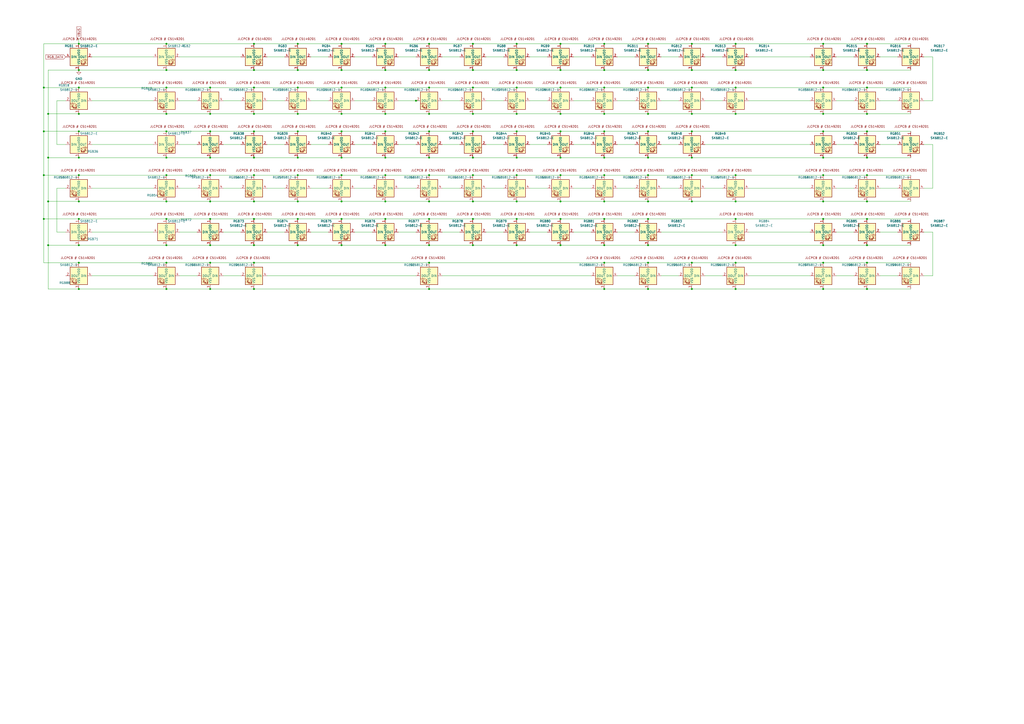
<source format=kicad_sch>
(kicad_sch (version 20231120) (generator "eeschema") (generator_version "8.0")
  (paper "A2")
  (junction (at 172.72 142.24))
  (junction (at 325.12 50.8))
  (junction (at 96.52 91.44))
  (junction (at 198.12 66.04))
  (junction (at 198.12 127))
  (junction (at 96.52 50.8))
  (junction (at 198.12 50.8))
  (junction (at 274.32 50.8))
  (junction (at 96.52 25.4))
  (junction (at 299.72 76.2))
  (junction (at 426.72 152.4))
  (junction (at 147.32 50.8))
  (junction (at 426.72 101.6))
  (junction (at 172.72 66.04))
  (junction (at 502.92 76.2))
  (junction (at 223.52 116.84))
  (junction (at 325.12 127))
  (junction (at 274.32 40.64))
  (junction (at 223.52 40.64))
  (junction (at 477.52 40.64))
  (junction (at 248.92 167.64))
  (junction (at 375.92 167.64))
  (junction (at 375.92 91.44))
  (junction (at 299.72 116.84))
  (junction (at 27.94 66.04))
  (junction (at 325.12 116.84))
  (junction (at 426.72 50.8))
  (junction (at 147.32 116.84))
  (junction (at 477.52 152.4))
  (junction (at 375.92 142.24))
  (junction (at 248.92 127))
  (junction (at 45.72 76.2))
  (junction (at 241.3 58.42))
  (junction (at 401.32 101.6))
  (junction (at 121.92 66.04))
  (junction (at 248.92 40.64))
  (junction (at 198.12 101.6))
  (junction (at 401.32 76.2))
  (junction (at 426.72 66.04))
  (junction (at 223.52 25.4))
  (junction (at 121.92 127))
  (junction (at 299.72 127))
  (junction (at 502.92 101.6))
  (junction (at 350.52 142.24))
  (junction (at 401.32 152.4))
  (junction (at 477.52 142.24))
  (junction (at 96.52 66.04))
  (junction (at 25.4 127))
  (junction (at 502.92 167.64))
  (junction (at 248.92 152.4))
  (junction (at 325.12 25.4))
  (junction (at 274.32 25.4))
  (junction (at 299.72 142.24))
  (junction (at 248.92 50.8))
  (junction (at 401.32 116.84))
  (junction (at 45.72 116.84))
  (junction (at 350.52 91.44))
  (junction (at 223.52 142.24))
  (junction (at 147.32 167.64))
  (junction (at 172.72 127))
  (junction (at 426.72 127))
  (junction (at 96.52 76.2))
  (junction (at 223.52 91.44))
  (junction (at 299.72 25.4))
  (junction (at 274.32 66.04))
  (junction (at 502.92 127))
  (junction (at 477.52 91.44))
  (junction (at 401.32 91.44))
  (junction (at 477.52 116.84))
  (junction (at 172.72 40.64))
  (junction (at 477.52 50.8))
  (junction (at 325.12 76.2))
  (junction (at 248.92 76.2))
  (junction (at 147.32 127))
  (junction (at 274.32 101.6))
  (junction (at 350.52 127))
  (junction (at 502.92 66.04))
  (junction (at 350.52 152.4))
  (junction (at 96.52 116.84))
  (junction (at 325.12 66.04))
  (junction (at 27.94 142.24))
  (junction (at 96.52 127))
  (junction (at 350.52 25.4))
  (junction (at 299.72 66.04))
  (junction (at 147.32 142.24))
  (junction (at 172.72 116.84))
  (junction (at 350.52 40.64))
  (junction (at 248.92 101.6))
  (junction (at 426.72 142.24))
  (junction (at 401.32 66.04))
  (junction (at 96.52 101.6))
  (junction (at 121.92 142.24))
  (junction (at 274.32 76.2))
  (junction (at 223.52 50.8))
  (junction (at 223.52 76.2))
  (junction (at 274.32 116.84))
  (junction (at 96.52 152.4))
  (junction (at 45.72 167.64))
  (junction (at 502.92 25.4))
  (junction (at 45.72 142.24))
  (junction (at 350.52 66.04))
  (junction (at 350.52 50.8))
  (junction (at 299.72 101.6))
  (junction (at 147.32 40.64))
  (junction (at 96.52 142.24))
  (junction (at 248.92 91.44))
  (junction (at 426.72 167.64))
  (junction (at 375.92 152.4))
  (junction (at 96.52 167.64))
  (junction (at 375.92 76.2))
  (junction (at 45.72 40.64))
  (junction (at 27.94 91.44))
  (junction (at 248.92 66.04))
  (junction (at 198.12 25.4))
  (junction (at 375.92 101.6))
  (junction (at 45.72 91.44))
  (junction (at 502.92 152.4))
  (junction (at 502.92 50.8))
  (junction (at 172.72 25.4))
  (junction (at 45.72 66.04))
  (junction (at 45.72 101.6))
  (junction (at 45.72 50.8))
  (junction (at 401.32 40.64))
  (junction (at 350.52 76.2))
  (junction (at 172.72 50.8))
  (junction (at 198.12 116.84))
  (junction (at 477.52 66.04))
  (junction (at 121.92 116.84))
  (junction (at 147.32 152.4))
  (junction (at 477.52 167.64))
  (junction (at 375.92 40.64))
  (junction (at 248.92 25.4))
  (junction (at 350.52 101.6))
  (junction (at 477.52 76.2))
  (junction (at 27.94 116.84))
  (junction (at 274.32 91.44))
  (junction (at 147.32 66.04))
  (junction (at 121.92 101.6))
  (junction (at 45.72 152.4))
  (junction (at 477.52 101.6))
  (junction (at 426.72 116.84))
  (junction (at 248.92 116.84))
  (junction (at 325.12 40.64))
  (junction (at 299.72 50.8))
  (junction (at 45.72 127))
  (junction (at 223.52 127))
  (junction (at 274.32 127))
  (junction (at 350.52 116.84))
  (junction (at 477.52 127))
  (junction (at 350.52 167.64))
  (junction (at 172.72 101.6))
  (junction (at 248.92 142.24))
  (junction (at 147.32 25.4))
  (junction (at 426.72 40.64))
  (junction (at 121.92 76.2))
  (junction (at 147.32 76.2))
  (junction (at 172.72 76.2))
  (junction (at 502.92 91.44))
  (junction (at 121.92 167.64))
  (junction (at 25.4 101.6))
  (junction (at 426.72 25.4))
  (junction (at 147.32 101.6))
  (junction (at 401.32 167.64))
  (junction (at 198.12 40.64))
  (junction (at 375.92 116.84))
  (junction (at 223.52 101.6))
  (junction (at 325.12 91.44))
  (junction (at 198.12 142.24))
  (junction (at 375.92 25.4))
  (junction (at 25.4 76.2))
  (junction (at 299.72 91.44))
  (junction (at 401.32 50.8))
  (junction (at 502.92 40.64))
  (junction (at 147.32 91.44))
  (junction (at 121.92 50.8))
  (junction (at 223.52 66.04))
  (junction (at 45.72 25.4))
  (junction (at 401.32 25.4))
  (junction (at 172.72 91.44))
  (junction (at 198.12 76.2))
  (junction (at 96.52 40.64))
  (junction (at 121.92 152.4))
  (junction (at 502.92 116.84))
  (junction (at 25.4 50.8))
  (junction (at 502.92 142.24))
  (junction (at 375.92 127))
  (junction (at 477.52 25.4))
  (junction (at 121.92 91.44))
  (junction (at 325.12 101.6))
  (junction (at 375.92 50.8))
  (junction (at 198.12 91.44))
  (junction (at 299.72 40.64))
  (junction (at 375.92 66.04))
  (junction (at 274.32 142.24))
  (junction (at 325.12 142.24))
  (wire (pts (xy 231.14 109.22) (xy 241.3 109.22)))
  (wire (pts (xy 205.74 33.02) (xy 215.9 33.02)))
  (wire (pts (xy 223.52 40.64) (xy 248.92 40.64)))
  (wire (pts (xy 172.72 91.44) (xy 198.12 91.44)))
  (wire (pts (xy 223.52 142.24) (xy 248.92 142.24)))
  (wire (pts (xy 180.34 58.42) (xy 190.5 58.42)))
  (wire (pts (xy 434.34 58.42) (xy 469.9 58.42)))
  (wire (pts (xy 147.32 91.44) (xy 172.72 91.44)))
  (wire (pts (xy 205.74 109.22) (xy 215.9 109.22)))
  (wire (pts (xy 434.34 33.02) (xy 469.9 33.02)))
  (wire (pts (xy 33.02 109.22) (xy 38.1 109.22)))
  (wire (pts (xy 147.32 142.24) (xy 172.72 142.24)))
  (wire (pts (xy 485.14 134.62) (xy 495.3 134.62)))
  (wire (pts (xy 45.72 66.04) (xy 96.52 66.04)))
  (wire (pts (xy 401.32 116.84) (xy 426.72 116.84)))
  (wire (pts (xy 205.74 58.42) (xy 215.9 58.42)))
  (wire (pts (xy 408.94 33.02) (xy 419.1 33.02)))
  (wire (pts (xy 434.34 160.02) (xy 469.9 160.02)))
  (wire (pts (xy 401.32 167.64) (xy 426.72 167.64)))
  (wire (pts (xy 510.54 109.22) (xy 520.7 109.22)))
  (wire (pts (xy 375.92 152.4) (xy 401.32 152.4)))
  (wire (pts (xy 375.92 66.04) (xy 401.32 66.04)))
  (wire (pts (xy 104.14 83.82) (xy 114.3 83.82)))
  (wire (pts (xy 350.52 142.24) (xy 375.92 142.24)))
  (wire (pts (xy 172.72 127) (xy 198.12 127)))
  (wire (pts (xy 485.14 160.02) (xy 495.3 160.02)))
  (wire (pts (xy 375.92 116.84) (xy 401.32 116.84)))
  (wire (pts (xy 180.34 33.02) (xy 190.5 33.02)))
  (wire (pts (xy 477.52 25.4) (xy 502.92 25.4)))
  (wire (pts (xy 358.14 83.82) (xy 368.3 83.82)))
  (wire (pts (xy 307.34 33.02) (xy 317.5 33.02)))
  (wire (pts (xy 27.94 40.64) (xy 45.72 40.64)))
  (wire (pts (xy 274.32 127) (xy 299.72 127)))
  (wire (pts (xy 383.54 160.02) (xy 393.7 160.02)))
  (wire (pts (xy 401.32 66.04) (xy 426.72 66.04)))
  (wire (pts (xy 426.72 116.84) (xy 477.52 116.84)))
  (wire (pts (xy 510.54 58.42) (xy 520.7 58.42)))
  (wire (pts (xy 325.12 76.2) (xy 350.52 76.2)))
  (wire (pts (xy 502.92 66.04) (xy 528.32 66.04)))
  (wire (pts (xy 154.94 83.82) (xy 165.1 83.82)))
  (wire (pts (xy 248.92 116.84) (xy 274.32 116.84)))
  (wire (pts (xy 502.92 76.2) (xy 528.32 76.2)))
  (wire (pts (xy 307.34 58.42) (xy 317.5 58.42)))
  (wire (pts (xy 299.72 101.6) (xy 325.12 101.6)))
  (wire (pts (xy 375.92 167.64) (xy 401.32 167.64)))
  (wire (pts (xy 25.4 127) (xy 45.72 127)))
  (wire (pts (xy 248.92 66.04) (xy 274.32 66.04)))
  (wire (pts (xy 223.52 66.04) (xy 248.92 66.04)))
  (wire (pts (xy 27.94 66.04) (xy 45.72 66.04)))
  (wire (pts (xy 104.14 134.62) (xy 114.3 134.62)))
  (wire (pts (xy 299.72 91.44) (xy 325.12 91.44)))
  (wire (pts (xy 25.4 50.8) (xy 45.72 50.8)))
  (wire (pts (xy 198.12 25.4) (xy 223.52 25.4)))
  (wire (pts (xy 25.4 25.4) (xy 45.72 25.4)))
  (wire (pts (xy 25.4 76.2) (xy 45.72 76.2)))
  (wire (pts (xy 25.4 127) (xy 25.4 152.4)))
  (wire (pts (xy 502.92 167.64) (xy 528.32 167.64)))
  (wire (pts (xy 121.92 50.8) (xy 147.32 50.8)))
  (wire (pts (xy 25.4 101.6) (xy 25.4 127)))
  (wire (pts (xy 325.12 50.8) (xy 350.52 50.8)))
  (wire (pts (xy 510.54 33.02) (xy 520.7 33.02)))
  (wire (pts (xy 248.92 101.6) (xy 274.32 101.6)))
  (wire (pts (xy 129.54 83.82) (xy 139.7 83.82)))
  (wire (pts (xy 129.54 160.02) (xy 139.7 160.02)))
  (wire (pts (xy 541.02 134.62) (xy 541.02 160.02)))
  (wire (pts (xy 426.72 40.64) (xy 477.52 40.64)))
  (wire (pts (xy 332.74 109.22) (xy 342.9 109.22)))
  (wire (pts (xy 325.12 40.64) (xy 350.52 40.64)))
  (wire (pts (xy 172.72 25.4) (xy 198.12 25.4)))
  (wire (pts (xy 426.72 127) (xy 477.52 127)))
  (wire (pts (xy 96.52 167.64) (xy 121.92 167.64)))
  (wire (pts (xy 383.54 134.62) (xy 419.1 134.62)))
  (wire (pts (xy 172.72 142.24) (xy 198.12 142.24)))
  (wire (pts (xy 541.02 83.82) (xy 541.02 109.22)))
  (wire (pts (xy 332.74 58.42) (xy 342.9 58.42)))
  (wire (pts (xy 375.92 76.2) (xy 401.32 76.2)))
  (wire (pts (xy 477.52 101.6) (xy 502.92 101.6)))
  (wire (pts (xy 241.3 58.42) (xy 242.57 58.42)))
  (wire (pts (xy 198.12 76.2) (xy 223.52 76.2)))
  (wire (pts (xy 535.94 33.02) (xy 541.02 33.02)))
  (wire (pts (xy 223.52 50.8) (xy 248.92 50.8)))
  (wire (pts (xy 121.92 116.84) (xy 147.32 116.84)))
  (wire (pts (xy 180.34 134.62) (xy 190.5 134.62)))
  (wire (pts (xy 383.54 109.22) (xy 393.7 109.22)))
  (wire (pts (xy 53.34 83.82) (xy 88.9 83.82)))
  (wire (pts (xy 383.54 83.82) (xy 393.7 83.82)))
  (wire (pts (xy 198.12 91.44) (xy 223.52 91.44)))
  (wire (pts (xy 154.94 33.02) (xy 165.1 33.02)))
  (wire (pts (xy 96.52 66.04) (xy 121.92 66.04)))
  (wire (pts (xy 27.94 116.84) (xy 27.94 142.24)))
  (wire (pts (xy 27.94 142.24) (xy 45.72 142.24)))
  (wire (pts (xy 223.52 116.84) (xy 248.92 116.84)))
  (wire (pts (xy 154.94 134.62) (xy 165.1 134.62)))
  (wire (pts (xy 147.32 127) (xy 172.72 127)))
  (wire (pts (xy 325.12 91.44) (xy 350.52 91.44)))
  (wire (pts (xy 121.92 127) (xy 147.32 127)))
  (wire (pts (xy 231.14 83.82) (xy 241.3 83.82)))
  (wire (pts (xy 172.72 101.6) (xy 198.12 101.6)))
  (wire (pts (xy 325.12 127) (xy 350.52 127)))
  (wire (pts (xy 147.32 40.64) (xy 172.72 40.64)))
  (wire (pts (xy 45.72 25.4) (xy 96.52 25.4)))
  (wire (pts (xy 121.92 142.24) (xy 147.32 142.24)))
  (wire (pts (xy 172.72 116.84) (xy 198.12 116.84)))
  (wire (pts (xy 27.94 66.04) (xy 27.94 91.44)))
  (wire (pts (xy 147.32 101.6) (xy 172.72 101.6)))
  (wire (pts (xy 332.74 134.62) (xy 342.9 134.62)))
  (wire (pts (xy 477.52 127) (xy 502.92 127)))
  (wire (pts (xy 25.4 50.8) (xy 25.4 76.2)))
  (wire (pts (xy 147.32 50.8) (xy 172.72 50.8)))
  (wire (pts (xy 96.52 101.6) (xy 121.92 101.6)))
  (wire (pts (xy 104.14 109.22) (xy 114.3 109.22)))
  (wire (pts (xy 426.72 167.64) (xy 477.52 167.64)))
  (wire (pts (xy 33.02 58.42) (xy 33.02 83.82)))
  (wire (pts (xy 477.52 50.8) (xy 502.92 50.8)))
  (wire (pts (xy 485.14 58.42) (xy 495.3 58.42)))
  (wire (pts (xy 45.72 116.84) (xy 96.52 116.84)))
  (wire (pts (xy 45.72 22.86) (xy 45.72 25.4)))
  (wire (pts (xy 248.92 142.24) (xy 274.32 142.24)))
  (wire (pts (xy 121.92 76.2) (xy 147.32 76.2)))
  (wire (pts (xy 401.32 91.44) (xy 477.52 91.44)))
  (wire (pts (xy 274.32 40.64) (xy 299.72 40.64)))
  (wire (pts (xy 96.52 142.24) (xy 121.92 142.24)))
  (wire (pts (xy 408.94 58.42) (xy 419.1 58.42)))
  (wire (pts (xy 299.72 66.04) (xy 325.12 66.04)))
  (wire (pts (xy 27.94 116.84) (xy 45.72 116.84)))
  (wire (pts (xy 535.94 109.22) (xy 541.02 109.22)))
  (wire (pts (xy 375.92 40.64) (xy 401.32 40.64)))
  (wire (pts (xy 477.52 167.64) (xy 502.92 167.64)))
  (wire (pts (xy 426.72 152.4) (xy 477.52 152.4)))
  (wire (pts (xy 27.94 91.44) (xy 45.72 91.44)))
  (wire (pts (xy 375.92 91.44) (xy 401.32 91.44)))
  (wire (pts (xy 147.32 76.2) (xy 172.72 76.2)))
  (wire (pts (xy 129.54 58.42) (xy 139.7 58.42)))
  (wire (pts (xy 477.52 142.24) (xy 502.92 142.24)))
  (wire (pts (xy 121.92 91.44) (xy 147.32 91.44)))
  (wire (pts (xy 510.54 83.82) (xy 520.7 83.82)))
  (wire (pts (xy 502.92 50.8) (xy 528.32 50.8)))
  (wire (pts (xy 350.52 40.64) (xy 375.92 40.64)))
  (wire (pts (xy 154.94 58.42) (xy 165.1 58.42)))
  (wire (pts (xy 426.72 25.4) (xy 477.52 25.4)))
  (wire (pts (xy 45.72 91.44) (xy 96.52 91.44)))
  (wire (pts (xy 198.12 101.6) (xy 223.52 101.6)))
  (wire (pts (xy 350.52 116.84) (xy 375.92 116.84)))
  (wire (pts (xy 485.14 109.22) (xy 495.3 109.22)))
  (wire (pts (xy 350.52 167.64) (xy 375.92 167.64)))
  (wire (pts (xy 198.12 40.64) (xy 223.52 40.64)))
  (wire (pts (xy 33.02 134.62) (xy 38.1 134.62)))
  (wire (pts (xy 350.52 91.44) (xy 375.92 91.44)))
  (wire (pts (xy 45.72 152.4) (xy 96.52 152.4)))
  (wire (pts (xy 248.92 25.4) (xy 274.32 25.4)))
  (wire (pts (xy 358.14 160.02) (xy 368.3 160.02)))
  (wire (pts (xy 299.72 40.64) (xy 325.12 40.64)))
  (wire (pts (xy 383.54 33.02) (xy 393.7 33.02)))
  (wire (pts (xy 299.72 116.84) (xy 325.12 116.84)))
  (wire (pts (xy 426.72 66.04) (xy 477.52 66.04)))
  (wire (pts (xy 510.54 134.62) (xy 520.7 134.62)))
  (wire (pts (xy 375.92 142.24) (xy 426.72 142.24)))
  (wire (pts (xy 375.92 101.6) (xy 401.32 101.6)))
  (wire (pts (xy 281.94 134.62) (xy 292.1 134.62)))
  (wire (pts (xy 350.52 50.8) (xy 375.92 50.8)))
  (wire (pts (xy 535.94 160.02) (xy 541.02 160.02)))
  (wire (pts (xy 121.92 101.6) (xy 147.32 101.6)))
  (wire (pts (xy 96.52 127) (xy 121.92 127)))
  (wire (pts (xy 325.12 66.04) (xy 350.52 66.04)))
  (wire (pts (xy 147.32 116.84) (xy 172.72 116.84)))
  (wire (pts (xy 307.34 83.82) (xy 317.5 83.82)))
  (wire (pts (xy 104.14 33.02) (xy 139.7 33.02)))
  (wire (pts (xy 154.94 109.22) (xy 165.1 109.22)))
  (wire (pts (xy 307.34 134.62) (xy 317.5 134.62)))
  (wire (pts (xy 477.52 116.84) (xy 502.92 116.84)))
  (wire (pts (xy 96.52 116.84) (xy 121.92 116.84)))
  (wire (pts (xy 248.92 50.8) (xy 274.32 50.8)))
  (wire (pts (xy 223.52 25.4) (xy 248.92 25.4)))
  (wire (pts (xy 274.32 101.6) (xy 299.72 101.6)))
  (wire (pts (xy 274.32 50.8) (xy 299.72 50.8)))
  (wire (pts (xy 358.14 33.02) (xy 368.3 33.02)))
  (wire (pts (xy 281.94 109.22) (xy 292.1 109.22)))
  (wire (pts (xy 45.72 167.64) (xy 96.52 167.64)))
  (wire (pts (xy 358.14 109.22) (xy 368.3 109.22)))
  (wire (pts (xy 477.52 76.2) (xy 502.92 76.2)))
  (wire (pts (xy 104.14 160.02) (xy 114.3 160.02)))
  (wire (pts (xy 502.92 142.24) (xy 528.32 142.24)))
  (wire (pts (xy 53.34 109.22) (xy 88.9 109.22)))
  (wire (pts (xy 256.54 58.42) (xy 266.7 58.42)))
  (wire (pts (xy 154.94 160.02) (xy 241.3 160.02)))
  (wire (pts (xy 205.74 83.82) (xy 215.9 83.82)))
  (wire (pts (xy 129.54 134.62) (xy 139.7 134.62)))
  (wire (pts (xy 96.52 152.4) (xy 121.92 152.4)))
  (wire (pts (xy 358.14 58.42) (xy 368.3 58.42)))
  (wire (pts (xy 358.14 134.62) (xy 368.3 134.62)))
  (wire (pts (xy 477.52 40.64) (xy 502.92 40.64)))
  (wire (pts (xy 45.72 101.6) (xy 96.52 101.6)))
  (wire (pts (xy 281.94 58.42) (xy 292.1 58.42)))
  (wire (pts (xy 434.34 134.62) (xy 469.9 134.62)))
  (wire (pts (xy 172.72 40.64) (xy 198.12 40.64)))
  (wire (pts (xy 408.94 160.02) (xy 419.1 160.02)))
  (wire (pts (xy 274.32 66.04) (xy 299.72 66.04)))
  (wire (pts (xy 172.72 76.2) (xy 198.12 76.2)))
  (wire (pts (xy 147.32 25.4) (xy 172.72 25.4)))
  (wire (pts (xy 375.92 127) (xy 426.72 127)))
  (wire (pts (xy 408.94 83.82) (xy 469.9 83.82)))
  (wire (pts (xy 27.94 91.44) (xy 27.94 116.84)))
  (wire (pts (xy 502.92 40.64) (xy 528.32 40.64)))
  (wire (pts (xy 426.72 101.6) (xy 477.52 101.6)))
  (wire (pts (xy 231.14 33.02) (xy 241.3 33.02)))
  (wire (pts (xy 401.32 101.6) (xy 426.72 101.6)))
  (wire (pts (xy 502.92 116.84) (xy 528.32 116.84)))
  (wire (pts (xy 25.4 152.4) (xy 45.72 152.4)))
  (wire (pts (xy 96.52 91.44) (xy 121.92 91.44)))
  (wire (pts (xy 231.14 58.42) (xy 241.3 58.42)))
  (wire (pts (xy 147.32 167.64) (xy 248.92 167.64)))
  (wire (pts (xy 299.72 127) (xy 325.12 127)))
  (wire (pts (xy 25.4 76.2) (xy 25.4 101.6)))
  (wire (pts (xy 299.72 142.24) (xy 325.12 142.24)))
  (wire (pts (xy 477.52 152.4) (xy 502.92 152.4)))
  (wire (pts (xy 172.72 66.04) (xy 198.12 66.04)))
  (wire (pts (xy 96.52 25.4) (xy 147.32 25.4)))
  (wire (pts (xy 33.02 83.82) (xy 38.1 83.82)))
  (wire (pts (xy 223.52 76.2) (xy 248.92 76.2)))
  (wire (pts (xy 180.34 109.22) (xy 190.5 109.22)))
  (wire (pts (xy 426.72 50.8) (xy 477.52 50.8)))
  (wire (pts (xy 45.72 76.2) (xy 96.52 76.2)))
  (wire (pts (xy 256.54 134.62) (xy 266.7 134.62)))
  (wire (pts (xy 45.72 40.64) (xy 96.52 40.64)))
  (wire (pts (xy 223.52 91.44) (xy 248.92 91.44)))
  (wire (pts (xy 27.94 167.64) (xy 45.72 167.64)))
  (wire (pts (xy 477.52 91.44) (xy 502.92 91.44)))
  (wire (pts (xy 350.52 127) (xy 375.92 127)))
  (wire (pts (xy 27.94 142.24) (xy 27.94 167.64)))
  (wire (pts (xy 510.54 160.02) (xy 520.7 160.02)))
  (wire (pts (xy 223.52 101.6) (xy 248.92 101.6)))
  (wire (pts (xy 256.54 109.22) (xy 266.7 109.22)))
  (wire (pts (xy 401.32 40.64) (xy 426.72 40.64)))
  (wire (pts (xy 350.52 25.4) (xy 375.92 25.4)))
  (wire (pts (xy 53.34 33.02) (xy 88.9 33.02)))
  (wire (pts (xy 502.92 25.4) (xy 528.32 25.4)))
  (wire (pts (xy 198.12 50.8) (xy 223.52 50.8)))
  (wire (pts (xy 274.32 25.4) (xy 299.72 25.4)))
  (wire (pts (xy 198.12 66.04) (xy 223.52 66.04)))
  (wire (pts (xy 180.34 83.82) (xy 190.5 83.82)))
  (wire (pts (xy 27.94 40.64) (xy 27.94 66.04)))
  (wire (pts (xy 45.72 127) (xy 96.52 127)))
  (wire (pts (xy 307.34 109.22) (xy 317.5 109.22)))
  (wire (pts (xy 274.32 142.24) (xy 299.72 142.24)))
  (wire (pts (xy 172.72 50.8) (xy 198.12 50.8)))
  (wire (pts (xy 502.92 152.4) (xy 528.32 152.4)))
  (wire (pts (xy 325.12 116.84) (xy 350.52 116.84)))
  (wire (pts (xy 350.52 76.2) (xy 375.92 76.2)))
  (wire (pts (xy 248.92 167.64) (xy 350.52 167.64)))
  (wire (pts (xy 45.72 142.24) (xy 96.52 142.24)))
  (wire (pts (xy 205.74 134.62) (xy 215.9 134.62)))
  (wire (pts (xy 325.12 142.24) (xy 350.52 142.24)))
  (wire (pts (xy 96.52 76.2) (xy 121.92 76.2)))
  (wire (pts (xy 401.32 76.2) (xy 477.52 76.2)))
  (wire (pts (xy 332.74 33.02) (xy 342.9 33.02)))
  (wire (pts (xy 45.72 50.8) (xy 96.52 50.8)))
  (wire (pts (xy 281.94 83.82) (xy 292.1 83.82)))
  (wire (pts (xy 375.92 50.8) (xy 401.32 50.8)))
  (wire (pts (xy 434.34 109.22) (xy 469.9 109.22)))
  (wire (pts (xy 198.12 116.84) (xy 223.52 116.84)))
  (wire (pts (xy 535.94 58.42) (xy 541.02 58.42)))
  (wire (pts (xy 96.52 40.64) (xy 147.32 40.64)))
  (wire (pts (xy 248.92 76.2) (xy 274.32 76.2)))
  (wire (pts (xy 299.72 25.4) (xy 325.12 25.4)))
  (wire (pts (xy 33.02 58.42) (xy 38.1 58.42)))
  (wire (pts (xy 274.32 91.44) (xy 299.72 91.44)))
  (wire (pts (xy 53.34 134.62) (xy 88.9 134.62)))
  (wire (pts (xy 121.92 152.4) (xy 147.32 152.4)))
  (wire (pts (xy 375.92 25.4) (xy 401.32 25.4)))
  (wire (pts (xy 535.94 83.82) (xy 541.02 83.82)))
  (wire (pts (xy 231.14 134.62) (xy 241.3 134.62)))
  (wire (pts (xy 248.92 40.64) (xy 274.32 40.64)))
  (wire (pts (xy 299.72 76.2) (xy 325.12 76.2)))
  (wire (pts (xy 256.54 33.02) (xy 266.7 33.02)))
  (wire (pts (xy 248.92 91.44) (xy 274.32 91.44)))
  (wire (pts (xy 147.32 66.04) (xy 172.72 66.04)))
  (wire (pts (xy 401.32 25.4) (xy 426.72 25.4)))
  (wire (pts (xy 502.92 91.44) (xy 528.32 91.44)))
  (wire (pts (xy 274.32 76.2) (xy 299.72 76.2)))
  (wire (pts (xy 25.4 25.4) (xy 25.4 50.8)))
  (wire (pts (xy 502.92 101.6) (xy 528.32 101.6)))
  (wire (pts (xy 350.52 66.04) (xy 375.92 66.04)))
  (wire (pts (xy 274.32 116.84) (xy 299.72 116.84)))
  (wire (pts (xy 96.52 50.8) (xy 121.92 50.8)))
  (wire (pts (xy 477.52 66.04) (xy 502.92 66.04)))
  (wire (pts (xy 350.52 101.6) (xy 375.92 101.6)))
  (wire (pts (xy 426.72 142.24) (xy 477.52 142.24)))
  (wire (pts (xy 325.12 101.6) (xy 350.52 101.6)))
  (wire (pts (xy 121.92 167.64) (xy 147.32 167.64)))
  (wire (pts (xy 485.14 83.82) (xy 495.3 83.82)))
  (wire (pts (xy 256.54 83.82) (xy 266.7 83.82)))
  (wire (pts (xy 104.14 58.42) (xy 114.3 58.42)))
  (wire (pts (xy 129.54 109.22) (xy 139.7 109.22)))
  (wire (pts (xy 299.72 50.8) (xy 325.12 50.8)))
  (wire (pts (xy 541.02 33.02) (xy 541.02 58.42)))
  (wire (pts (xy 350.52 152.4) (xy 375.92 152.4)))
  (wire (pts (xy 198.12 127) (xy 223.52 127)))
  (wire (pts (xy 485.14 33.02) (xy 495.3 33.02)))
  (wire (pts (xy 25.4 101.6) (xy 45.72 101.6)))
  (wire (pts (xy 383.54 58.42) (xy 393.7 58.42)))
  (wire (pts (xy 248.92 152.4) (xy 350.52 152.4)))
  (wire (pts (xy 325.12 25.4) (xy 350.52 25.4)))
  (wire (pts (xy 248.92 127) (xy 274.32 127)))
  (wire (pts (xy 33.02 109.22) (xy 33.02 134.62)))
  (wire (pts (xy 502.92 127) (xy 528.32 127)))
  (wire (pts (xy 198.12 142.24) (xy 223.52 142.24)))
  (wire (pts (xy 281.94 33.02) (xy 292.1 33.02)))
  (wire (pts (xy 401.32 50.8) (xy 426.72 50.8)))
  (wire (pts (xy 121.92 66.04) (xy 147.32 66.04)))
  (wire (pts (xy 147.32 152.4) (xy 248.92 152.4)))
  (wire (pts (xy 223.52 127) (xy 248.92 127)))
  (wire (pts (xy 53.34 160.02) (xy 88.9 160.02)))
  (wire (pts (xy 408.94 109.22) (xy 419.1 109.22)))
  (wire (pts (xy 256.54 160.02) (xy 342.9 160.02)))
  (wire (pts (xy 332.74 83.82) (xy 342.9 83.82)))
  (wire (pts (xy 535.94 134.62) (xy 541.02 134.62)))
  (wire (pts (xy 401.32 152.4) (xy 426.72 152.4)))
  (wire (pts (xy 53.34 58.42) (xy 88.9 58.42)))
  (global_label "RGB_DATA" (shape input) (at 38.1 33.02 180) (property "Intersheetrefs" "${INTERSHEET_REFS}" (effects (hide yes))))
  (global_label "VBUS" (shape input) (at 45.72 22.86 90) (property "Intersheetrefs" "${INTERSHEET_REFS}" (effects (hide yes))))
  (symbol (lib_id "MyComponents_Library:SK6812-E") (at 121.92 160.02 0) (mirror y) (unit 1)
    (property "Reference" "RGB90" (at 110.49 153.7014 0))
    (property "Value" "SK6812-E" (at 116.078 153.67 0))
    (property "Footprint" "MyComponents:SK6812-E" (effects (hide yes)))
    (property "Datasheet" "C5149201" (effects (hide yes)))
    (property "Description" "RGB LED with integrated controller" (effects (hide yes)))
  )
  (symbol (lib_id "MyComponents_Library:SK6812-E") (at 248.92 109.22 0) (mirror y) (unit 1)
    (property "Reference" "RGB60" (at 237.49 102.9014 0))
    (property "Value" "SK6812-E" (at 243.078 102.87 0))
    (property "Footprint" "MyComponents:SK6812-E" (effects (hide yes)))
    (property "Datasheet" "C5149201" (effects (hide yes)))
    (property "Description" "RGB LED with integrated controller" (effects (hide yes)))
  )
  (symbol (lib_id "MyComponents_Library:SK6812-E") (at 121.92 109.22 0) (mirror y) (unit 1)
    (property "Reference" "RGB55" (at 110.49 102.108 0))
    (property "Value" "SK6812-E" (at 116.078 102.87 0))
    (property "Footprint" "MyComponents:SK6812-E" (effects (hide yes)))
    (property "Datasheet" "C5149201" (effects (hide yes)))
    (property "Description" "RGB LED with integrated controller" (effects (hide yes)))
  )
  (symbol (lib_id "MyComponents_Library:SK6812-E") (at 45.72 109.22 0) (mirror y) (unit 1)
    (property "Reference" "RGB53" (at 34.29 102.9014 0))
    (property "Value" "SK6812-E" (at 39.878 102.87 0))
    (property "Footprint" "MyComponents:SK6812-E" (effects (hide yes)))
    (property "Datasheet" "C5149201" (effects (hide yes)))
    (property "Description" "RGB LED with integrated controller" (effects (hide yes)))
  )
  (symbol (lib_id "MyComponents_Library:SK6812-E") (at 121.92 83.82 0) (unit 1)
    (property "Reference" "RGB38" (at 138.43 77.5014 0))
    (property "Value" "SK6812-E" (at 138.43 80.0414 0))
    (property "Footprint" "MyComponents:SK6812-E" (effects (hide yes)))
    (property "Datasheet" "C5149201" (effects (hide yes)))
    (property "Description" "RGB LED with integrated controller" (effects (hide yes)))
  )
  (symbol (lib_id "MyComponents_Library:SK6812-E") (at 223.52 109.22 0) (mirror y) (unit 1)
    (property "Reference" "RGB59" (at 212.09 102.9014 0))
    (property "Value" "SK6812-E" (at 217.678 102.87 0))
    (property "Footprint" "MyComponents:SK6812-E" (effects (hide yes)))
    (property "Datasheet" "C5149201" (effects (hide yes)))
    (property "Description" "RGB LED with integrated controller" (effects (hide yes)))
  )
  (symbol (lib_id "MyComponents_Library:SK6812-E") (at 45.72 83.82 0) (unit 1)
    (property "Reference" "RGB36" (at 53.848 87.884 0))
    (property "Value" "SK6812-E" (at 51.562 77.47 0))
    (property "Footprint" "MyComponents:SK6812-E" (effects (hide yes)))
    (property "Datasheet" "C5149201" (effects (hide yes)))
    (property "Description" "RGB LED with integrated controller" (effects (hide yes)))
  )
  (symbol (lib_id "MyComponents_Library:SK6812-E") (at 401.32 160.02 0) (mirror y) (unit 1)
    (property "Reference" "RGB95" (at 389.89 153.7014 0))
    (property "Value" "SK6812-E" (at 395.478 153.67 0))
    (property "Footprint" "MyComponents:SK6812-E" (effects (hide yes)))
    (property "Datasheet" "C5149201" (effects (hide yes)))
    (property "Description" "RGB LED with integrated controller" (effects (hide yes)))
  )
  (symbol (lib_id "MyComponents_Library:SK6812-E") (at 350.52 83.82 0) (unit 1)
    (property "Reference" "RGB47" (at 367.03 77.5014 0))
    (property "Value" "SK6812-E" (at 367.03 80.0414 0))
    (property "Footprint" "MyComponents:SK6812-E" (effects (hide yes)))
    (property "Datasheet" "C5149201" (effects (hide yes)))
    (property "Description" "RGB LED with integrated controller" (effects (hide yes)))
  )
  (symbol (lib_id "MyComponents_Library:SK6812-E") (at 325.12 134.62 0) (unit 1)
    (property "Reference" "RGB81" (at 341.63 128.3014 0))
    (property "Value" "SK6812-E" (at 341.63 130.8414 0))
    (property "Footprint" "MyComponents:SK6812-E" (effects (hide yes)))
    (property "Datasheet" "C5149201" (effects (hide yes)))
    (property "Description" "RGB LED with integrated controller" (effects (hide yes)))
  )
  (symbol (lib_id "MyComponents_Library:SK6812-E") (at 274.32 109.22 0) (mirror y) (unit 1)
    (property "Reference" "RGB61" (at 262.89 102.9014 0))
    (property "Value" "SK6812-E" (at 268.478 102.87 0))
    (property "Footprint" "MyComponents:SK6812-E" (effects (hide yes)))
    (property "Datasheet" "C5149201" (effects (hide yes)))
    (property "Description" "RGB LED with integrated controller" (effects (hide yes)))
  )
  (symbol (lib_id "MyComponents_Library:SK6812-E") (at 477.52 83.82 0) (unit 1)
    (property "Reference" "RGB50" (at 494.03 77.5014 0))
    (property "Value" "SK6812-E" (at 494.03 80.0414 0))
    (property "Footprint" "MyComponents:SK6812-E" (effects (hide yes)))
    (property "Datasheet" "C5149201" (effects (hide yes)))
    (property "Description" "RGB LED with integrated controller" (effects (hide yes)))
  )
  (symbol (lib_id "MyComponents_Library:SK6812-E") (at 172.72 134.62 0) (unit 1)
    (property "Reference" "RGB75" (at 189.23 128.3014 0))
    (property "Value" "SK6812-E" (at 189.23 130.8414 0))
    (property "Footprint" "MyComponents:SK6812-E" (effects (hide yes)))
    (property "Datasheet" "C5149201" (effects (hide yes)))
    (property "Description" "RGB LED with integrated controller" (effects (hide yes)))
  )
  (symbol (lib_id "MyComponents_Library:SK6812-E") (at 299.72 134.62 0) (unit 1)
    (property "Reference" "RGB80" (at 316.23 128.3014 0))
    (property "Value" "SK6812-E" (at 316.23 130.8414 0))
    (property "Footprint" "MyComponents:SK6812-E" (effects (hide yes)))
    (property "Datasheet" "C5149201" (effects (hide yes)))
    (property "Description" "RGB LED with integrated controller" (effects (hide yes)))
  )
  (symbol (lib_id "MyComponents_Library:SK6812-E") (at 502.92 33.02 0) (unit 1)
    (property "Reference" "RGB16" (at 519.43 26.7014 0))
    (property "Value" "SK6812-E" (at 519.43 29.2414 0))
    (property "Footprint" "MyComponents:SK6812-E" (effects (hide yes)))
    (property "Datasheet" "C5149201" (effects (hide yes)))
    (property "Description" "RGB LED with integrated controller" (effects (hide yes)))
  )
  (symbol (lib_id "MyComponents_Library:SK6812-E") (at 223.52 58.42 0) (mirror y) (unit 1)
    (property "Reference" "RGB24" (at 212.09 52.1014 0))
    (property "Value" "SK6812-E" (at 217.678 52.07 0))
    (property "Footprint" "MyComponents:SK6812-E" (effects (hide yes)))
    (property "Datasheet" "C5149201" (effects (hide yes)))
    (property "Description" "RGB LED with integrated controller" (effects (hide yes)))
  )
  (symbol (lib_id "MyComponents_Library:SK6812-E") (at 248.92 83.82 0) (unit 1)
    (property "Reference" "RGB43" (at 265.43 77.5014 0))
    (property "Value" "SK6812-E" (at 265.43 80.0414 0))
    (property "Footprint" "MyComponents:SK6812-E" (effects (hide yes)))
    (property "Datasheet" "C5149201" (effects (hide yes)))
    (property "Description" "RGB LED with integrated controller" (effects (hide yes)))
  )
  (symbol (lib_id "MyComponents_Library:SK6812-E") (at 350.52 58.42 0) (mirror y) (unit 1)
    (property "Reference" "RGB29" (at 339.09 52.1014 0))
    (property "Value" "SK6812-E" (at 344.678 52.07 0))
    (property "Footprint" "MyComponents:SK6812-E" (effects (hide yes)))
    (property "Datasheet" "C5149201" (effects (hide yes)))
    (property "Description" "RGB LED with integrated controller" (effects (hide yes)))
  )
  (symbol (lib_id "MyComponents_Library:SK6812-E") (at 426.72 134.62 0) (unit 1)
    (property "Reference" "RGB84" (at 443.23 128.3014 0))
    (property "Value" "SK6812-E" (at 443.23 130.8414 0))
    (property "Footprint" "MyComponents:SK6812-E" (effects (hide yes)))
    (property "Datasheet" "C5149201" (effects (hide yes)))
    (property "Description" "RGB LED with integrated controller" (effects (hide yes)))
  )
  (symbol (lib_id "MyComponents_Library:SK6812-E") (at 401.32 33.02 0) (unit 1)
    (property "Reference" "RGB13" (at 417.83 26.7014 0))
    (property "Value" "SK6812-E" (at 417.83 29.2414 0))
    (property "Footprint" "MyComponents:SK6812-E" (effects (hide yes)))
    (property "Datasheet" "C5149201" (effects (hide yes)))
    (property "Description" "RGB LED with integrated controller" (effects (hide yes)))
  )
  (symbol (lib_id "MyComponents_Library:SK6812-E") (at 147.32 160.02 0) (mirror y) (unit 1)
    (property "Reference" "RGB91" (at 135.89 153.7014 0))
    (property "Value" "SK6812-E" (at 141.478 153.67 0))
    (property "Footprint" "MyComponents:SK6812-E" (effects (hide yes)))
    (property "Datasheet" "C5149201" (effects (hide yes)))
    (property "Description" "RGB LED with integrated controller" (effects (hide yes)))
  )
  (symbol (lib_id "MyComponents_Library:SK6812-E") (at 528.32 83.82 0) (unit 1)
    (property "Reference" "RGB52" (at 544.83 77.5014 0))
    (property "Value" "SK6812-E" (at 544.83 80.0414 0))
    (property "Footprint" "MyComponents:SK6812-E" (effects (hide yes)))
    (property "Datasheet" "C5149201" (effects (hide yes)))
    (property "Description" "RGB LED with integrated controller" (effects (hide yes)))
  )
  (symbol (lib_id "MyComponents_Library:SK6812-E") (at 198.12 83.82 0) (unit 1)
    (property "Reference" "RGB41" (at 214.63 77.5014 0))
    (property "Value" "SK6812-E" (at 214.63 80.0414 0))
    (property "Footprint" "MyComponents:SK6812-E" (effects (hide yes)))
    (property "Datasheet" "C5149201" (effects (hide yes)))
    (property "Description" "RGB LED with integrated controller" (effects (hide yes)))
  )
  (symbol (lib_id "MyComponents_Library:SK6812-E") (at 223.52 33.02 0) (unit 1)
    (property "Reference" "RGB6" (at 240.03 26.7014 0))
    (property "Value" "SK6812-E" (at 240.03 29.2414 0))
    (property "Footprint" "MyComponents:SK6812-E" (effects (hide yes)))
    (property "Datasheet" "C5149201" (effects (hide yes)))
    (property "Description" "RGB LED with integrated controller" (effects (hide yes)))
  )
  (symbol (lib_id "MyComponents_Library:SK6812-E") (at 528.32 58.42 0) (mirror y) (unit 1)
    (property "Reference" "RGB35" (at 516.89 52.1014 0))
    (property "Value" "SK6812-E" (at 522.478 52.07 0))
    (property "Footprint" "MyComponents:SK6812-E" (effects (hide yes)))
    (property "Datasheet" "C5149201" (effects (hide yes)))
    (property "Description" "RGB LED with integrated controller" (effects (hide yes)))
  )
  (symbol (lib_id "MyComponents_Library:SK6812-E") (at 426.72 160.02 0) (mirror y) (unit 1)
    (property "Reference" "RGB96" (at 415.29 153.7014 0))
    (property "Value" "SK6812-E" (at 420.878 153.67 0))
    (property "Footprint" "MyComponents:SK6812-E" (effects (hide yes)))
    (property "Datasheet" "C5149201" (effects (hide yes)))
    (property "Description" "RGB LED with integrated controller" (effects (hide yes)))
  )
  (symbol (lib_id "MyComponents_Library:SK6812-E") (at 426.72 109.22 0) (mirror y) (unit 1)
    (property "Reference" "RGB67" (at 415.29 102.9014 0))
    (property "Value" "SK6812-E" (at 420.878 102.87 0))
    (property "Footprint" "MyComponents:SK6812-E" (effects (hide yes)))
    (property "Datasheet" "C5149201" (effects (hide yes)))
    (property "Description" "RGB LED with integrated controller" (effects (hide yes)))
  )
  (symbol (lib_id "MyComponents_Library:SK6812-E") (at 477.52 134.62 0) (unit 1)
    (property "Reference" "RGB85" (at 494.03 128.3014 0))
    (property "Value" "SK6812-E" (at 494.03 130.8414 0))
    (property "Footprint" "MyComponents:SK6812-E" (effects (hide yes)))
    (property "Datasheet" "C5149201" (effects (hide yes)))
    (property "Description" "RGB LED with integrated controller" (effects (hide yes)))
  )
  (symbol (lib_id "MyComponents_Library:SK6812-E") (at 401.32 58.42 0) (mirror y) (unit 1)
    (property "Reference" "RGB31" (at 389.89 52.1014 0))
    (property "Value" "SK6812-E" (at 395.478 52.07 0))
    (property "Footprint" "MyComponents:SK6812-E" (effects (hide yes)))
    (property "Datasheet" "C5149201" (effects (hide yes)))
    (property "Description" "RGB LED with integrated controller" (effects (hide yes)))
  )
  (symbol (lib_id "MyComponents_Library:SK6812-E") (at 325.12 33.02 0) (unit 1)
    (property "Reference" "RGB10" (at 341.63 26.7014 0))
    (property "Value" "SK6812-E" (at 341.63 29.2414 0))
    (property "Footprint" "MyComponents:SK6812-E" (effects (hide yes)))
    (property "Datasheet" "C5149201" (effects (hide yes)))
    (property "Description" "RGB LED with integrated controller" (effects (hide yes)))
  )
  (symbol (lib_id "MyComponents_Library:SK6812-E") (at 248.92 33.02 0) (unit 1)
    (property "Reference" "RGB7" (at 265.43 26.7014 0))
    (property "Value" "SK6812-E" (at 265.43 29.2414 0))
    (property "Footprint" "MyComponents:SK6812-E" (effects (hide yes)))
    (property "Datasheet" "C5149201" (effects (hide yes)))
    (property "Description" "RGB LED with integrated controller" (effects (hide yes)))
  )
  (symbol (lib_id "MyComponents_Library:SK6812-E") (at 502.92 58.42 0) (mirror y) (unit 1)
    (property "Reference" "RGB34" (at 491.49 52.1014 0))
    (property "Value" "SK6812-E" (at 497.078 52.07 0))
    (property "Footprint" "MyComponents:SK6812-E" (effects (hide yes)))
    (property "Datasheet" "C5149201" (effects (hide yes)))
    (property "Description" "RGB LED with integrated controller" (effects (hide yes)))
  )
  (symbol (lib_id "MyComponents_Library:SK6812-E") (at 502.92 83.82 0) (unit 1)
    (property "Reference" "RGB51" (at 519.43 77.5014 0))
    (property "Value" "SK6812-E" (at 519.43 80.0414 0))
    (property "Footprint" "MyComponents:SK6812-E" (effects (hide yes)))
    (property "Datasheet" "C5149201" (effects (hide yes)))
    (property "Description" "RGB LED with integrated controller" (effects (hide yes)))
  )
  (symbol (lib_id "MyComponents_Library:SK6812-E") (at 477.52 58.42 0) (mirror y) (unit 1)
    (property "Reference" "RGB33" (at 466.09 52.1014 0))
    (property "Value" "SK6812-E" (at 471.678 52.07 0))
    (property "Footprint" "MyComponents:SK6812-E" (effects (hide yes)))
    (property "Datasheet" "C5149201" (effects (hide yes)))
    (property "Description" "RGB LED with integrated controller" (effects (hide yes)))
  )
  (symbol (lib_id "MyComponents_Library:SK6812-E") (at 274.32 58.42 0) (mirror y) (unit 1)
    (property "Reference" "RGB26" (at 262.89 52.1014 0))
    (property "Value" "SK6812-E" (at 268.478 52.07 0))
    (property "Footprint" "MyComponents:SK6812-E" (effects (hide yes)))
    (property "Datasheet" "C5149201" (effects (hide yes)))
    (property "Description" "RGB LED with integrated controller" (effects (hide yes)))
  )
  (symbol (lib_id "MyComponents_Library:SK6812-E") (at 299.72 58.42 0) (mirror y) (unit 1)
    (property "Reference" "RGB27" (at 288.29 52.1014 0))
    (property "Value" "SK6812-E" (at 293.878 52.07 0))
    (property "Footprint" "MyComponents:SK6812-E" (effects (hide yes)))
    (property "Datasheet" "C5149201" (effects (hide yes)))
    (property "Description" "RGB LED with integrated controller" (effects (hide yes)))
  )
  (symbol (lib_id "MyComponents_Library:SK6812-E") (at 147.32 109.22 0) (mirror y) (unit 1)
    (property "Reference" "RGB56" (at 135.89 102.9014 0))
    (property "Value" "SK6812-E" (at 141.478 102.87 0))
    (property "Footprint" "MyComponents:SK6812-E" (effects (hide yes)))
    (property "Datasheet" "C5149201" (effects (hide yes)))
    (property "Description" "RGB LED with integrated controller" (effects (hide yes)))
  )
  (symbol (lib_id "MyComponents_Library:SK6812-E") (at 375.92 58.42 0) (mirror y) (unit 1)
    (property "Reference" "RGB30" (at 364.49 52.1014 0))
    (property "Value" "SK6812-E" (at 370.078 52.07 0))
    (property "Footprint" "MyComponents:SK6812-E" (effects (hide yes)))
    (property "Datasheet" "C5149201" (effects (hide yes)))
    (property "Description" "RGB LED with integrated controller" (effects (hide yes)))
  )
  (symbol (lib_id "MyComponents_Library:SK6812-E") (at 248.92 58.42 0) (mirror y) (unit 1)
    (property "Reference" "RGB25" (at 237.49 52.1014 0))
    (property "Value" "SK6812-E" (at 243.078 52.07 0))
    (property "Footprint" "MyComponents:SK6812-E" (effects (hide yes)))
    (property "Datasheet" "C5149201" (effects (hide yes)))
    (property "Description" "RGB LED with integrated controller" (effects (hide yes)))
  )
  (symbol (lib_id "MyComponents_Library:SK6812-E") (at 274.32 83.82 0) (unit 1)
    (property "Reference" "RGB44" (at 290.83 77.5014 0))
    (property "Value" "SK6812-E" (at 290.83 80.0414 0))
    (property "Footprint" "MyComponents:SK6812-E" (effects (hide yes)))
    (property "Datasheet" "C5149201" (effects (hide yes)))
    (property "Description" "RGB LED with integrated controller" (effects (hide yes)))
  )
  (symbol (lib_id "MyComponents_Library:SK6812-E") (at 121.92 134.62 0) (unit 1)
    (property "Reference" "RGB73" (at 138.43 128.3014 0))
    (property "Value" "SK6812-E" (at 138.43 130.8414 0))
    (property "Footprint" "MyComponents:SK6812-E" (effects (hide yes)))
    (property "Datasheet" "C5149201" (effects (hide yes)))
    (property "Description" "RGB LED with integrated controller" (effects (hide yes)))
  )
  (symbol (lib_id "MyComponents_Library:SK6812-E") (at 96.52 58.42 0) (mirror y) (unit 1)
    (property "Reference" "RGB19" (at 85.09 51.308 0))
    (property "Value" "SK6812-E" (at 90.678 52.07 0))
    (property "Footprint" "MyComponents:SK6812-E" (effects (hide yes)))
    (property "Datasheet" "C5149201" (effects (hide yes)))
    (property "Description" "RGB LED with integrated controller" (effects (hide yes)))
  )
  (symbol (lib_id "MyComponents_Library:SK6812-E") (at 299.72 83.82 0) (unit 1)
    (property "Reference" "RGB45" (at 316.23 77.5014 0))
    (property "Value" "SK6812-E" (at 316.23 80.0414 0))
    (property "Footprint" "MyComponents:SK6812-E" (effects (hide yes)))
    (property "Datasheet" "C5149201" (effects (hide yes)))
    (property "Description" "RGB LED with integrated controller" (effects (hide yes)))
  )
  (symbol (lib_id "MyComponents_Library:SK6812-E") (at 96.52 160.02 0) (mirror y) (unit 1)
    (property "Reference" "RGB89" (at 85.09 152.908 0))
    (property "Value" "SK6812-E" (at 90.678 153.67 0))
    (property "Footprint" "MyComponents:SK6812-E" (effects (hide yes)))
    (property "Datasheet" "C5149201" (effects (hide yes)))
    (property "Description" "RGB LED with integrated controller" (effects (hide yes)))
  )
  (symbol (lib_id "MyComponents_Library:SK6812-E") (at 502.92 160.02 0) (mirror y) (unit 1)
    (property "Reference" "RGB98" (at 491.49 153.7014 0))
    (property "Value" "SK6812-E" (at 497.078 153.67 0))
    (property "Footprint" "MyComponents:SK6812-E" (effects (hide yes)))
    (property "Datasheet" "C5149201" (effects (hide yes)))
    (property "Description" "RGB LED with integrated controller" (effects (hide yes)))
  )
  (symbol (lib_id "MyComponents_Library:SK6812-E") (at 147.32 83.82 0) (unit 1)
    (property "Reference" "RGB39" (at 163.83 77.5014 0))
    (property "Value" "SK6812-E" (at 163.83 80.0414 0))
    (property "Footprint" "MyComponents:SK6812-E" (effects (hide yes)))
    (property "Datasheet" "C5149201" (effects (hide yes)))
    (property "Description" "RGB LED with integrated controller" (effects (hide yes)))
  )
  (symbol (lib_id "MyComponents_Library:SK6812-E") (at 198.12 58.42 0) (mirror y) (unit 1)
    (property "Reference" "RGB23" (at 186.69 52.1014 0))
    (property "Value" "SK6812-E" (at 192.278 52.07 0))
    (property "Footprint" "MyComponents:SK6812-E" (effects (hide yes)))
    (property "Datasheet" "C5149201" (effects (hide yes)))
    (property "Description" "RGB LED with integrated controller" (effects (hide yes)))
  )
  (symbol (lib_id "MyComponents_Library:SK6812-E") (at 350.52 109.22 0) (mirror y) (unit 1)
    (property "Reference" "RGB64" (at 339.09 102.9014 0))
    (property "Value" "SK6812-E" (at 344.678 102.87 0))
    (property "Footprint" "MyComponents:SK6812-E" (effects (hide yes)))
    (property "Datasheet" "C5149201" (effects (hide yes)))
    (property "Description" "RGB LED with integrated controller" (effects (hide yes)))
  )
  (symbol (lib_id "MyComponents_Library:SK6812-E") (at 223.52 134.62 0) (unit 1)
    (property "Reference" "RGB77" (at 240.03 128.3014 0))
    (property "Value" "SK6812-E" (at 240.03 130.8414 0))
    (property "Footprint" "MyComponents:SK6812-E" (effects (hide yes)))
    (property "Datasheet" "C5149201" (effects (hide yes)))
    (property "Description" "RGB LED with integrated controller" (effects (hide yes)))
  )
  (symbol (lib_id "MyComponents_Library:SK6812-E") (at 375.92 33.02 0) (unit 1)
    (property "Reference" "RGB12" (at 392.43 26.7014 0))
    (property "Value" "SK6812-E" (at 392.43 29.2414 0))
    (property "Footprint" "MyComponents:SK6812-E" (effects (hide yes)))
    (property "Datasheet" "C5149201" (effects (hide yes)))
    (property "Description" "RGB LED with integrated controller" (effects (hide yes)))
  )
  (symbol (lib_id "MyComponents_Library:SK6812-E") (at 401.32 83.82 0) (unit 1)
    (property "Reference" "RGB49" (at 417.83 77.5014 0))
    (property "Value" "SK6812-E" (at 417.83 80.0414 0))
    (property "Footprint" "MyComponents:SK6812-E" (effects (hide yes)))
    (property "Datasheet" "C5149201" (effects (hide yes)))
    (property "Description" "RGB LED with integrated controller" (effects (hide yes)))
  )
  (symbol (lib_id "MyComponents_Library:SK6812-E") (at 375.92 134.62 0) (unit 1)
    (property "Reference" "RGB83" (at 392.43 128.3014 0))
    (property "Value" "SK6812-E" (at 392.43 130.8414 0))
    (property "Footprint" "MyComponents:SK6812-E" (effects (hide yes)))
    (property "Datasheet" "C5149201" (effects (hide yes)))
    (property "Description" "RGB LED with integrated controller" (effects (hide yes)))
  )
  (symbol (lib_id "MyComponents_Library:SK6812-E") (at 172.72 109.22 0) (mirror y) (unit 1)
    (property "Reference" "RGB57" (at 161.29 102.9014 0))
    (property "Value" "SK6812-E" (at 166.878 102.87 0))
    (property "Footprint" "MyComponents:SK6812-E" (effects (hide yes)))
    (property "Datasheet" "C5149201" (effects (hide yes)))
    (property "Description" "RGB LED with integrated controller" (effects (hide yes)))
  )
  (symbol (lib_id "MyComponents_Library:SK6812-E") (at 528.32 109.22 0) (mirror y) (unit 1)
    (property "Reference" "RGB70" (at 516.89 102.9014 0))
    (property "Value" "SK6812-E" (at 522.478 102.87 0))
    (property "Footprint" "MyComponents:SK6812-E" (effects (hide yes)))
    (property "Datasheet" "C5149201" (effects (hide yes)))
    (property "Description" "RGB LED with integrated controller" (effects (hide yes)))
  )
  (symbol (lib_id "MyComponents_Library:SK6812-E") (at 96.52 83.82 0) (unit 1)
    (property "Reference" "RGB37" (at 107.95 76.708 0))
    (property "Value" "SK6812-E" (at 102.362 77.47 0))
    (property "Footprint" "MyComponents:SK6812-E" (effects (hide yes)))
    (property "Datasheet" "C5149201" (effects (hide yes)))
    (property "Description" "RGB LED with integrated controller" (effects (hide yes)))
  )
  (symbol (lib_id "MyComponents_Library:SK6812-E") (at 477.52 109.22 0) (mirror y) (unit 1)
    (property "Reference" "RGB68" (at 466.09 102.9014 0))
    (property "Value" "SK6812-E" (at 471.678 102.87 0))
    (property "Footprint" "MyComponents:SK6812-E" (effects (hide yes)))
    (property "Datasheet" "C5149201" (effects (hide yes)))
    (property "Description" "RGB LED with integrated controller" (effects (hide yes)))
  )
  (symbol (lib_id "MyComponents_Library:SK6812-E") (at 325.12 109.22 0) (mirror y) (unit 1)
    (property "Reference" "RGB63" (at 313.69 102.9014 0))
    (property "Value" "SK6812-E" (at 319.278 102.87 0))
    (property "Footprint" "MyComponents:SK6812-E" (effects (hide yes)))
    (property "Datasheet" "C5149201" (effects (hide yes)))
    (property "Description" "RGB LED with integrated controller" (effects (hide yes)))
  )
  (symbol (lib_id "MyComponents_Library:SK6812-E") (at 375.92 160.02 0) (mirror y) (unit 1)
    (property "Reference" "RGB94" (at 364.49 153.7014 0))
    (property "Value" "SK6812-E" (at 370.078 153.67 0))
    (property "Footprint" "MyComponents:SK6812-E" (effects (hide yes)))
    (property "Datasheet" "C5149201" (effects (hide yes)))
    (property "Description" "RGB LED with integrated controller" (effects (hide yes)))
  )
  (symbol (lib_id "MyComponents_Library:SK6812-E") (at 198.12 33.02 0) (unit 1)
    (property "Reference" "RGB5" (at 214.63 26.7014 0))
    (property "Value" "SK6812-E" (at 214.63 29.2414 0))
    (property "Footprint" "MyComponents:SK6812-E" (effects (hide yes)))
    (property "Datasheet" "C5149201" (effects (hide yes)))
    (property "Description" "RGB LED with integrated controller" (effects (hide yes)))
  )
  (symbol (lib_id "MyComponents_Library:SK6812-E") (at 325.12 58.42 0) (mirror y) (unit 1)
    (property "Reference" "RGB28" (at 313.69 52.1014 0))
    (property "Value" "SK6812-E" (at 319.278 52.07 0))
    (property "Footprint" "MyComponents:SK6812-E" (effects (hide yes)))
    (property "Datasheet" "C5149201" (effects (hide yes)))
    (property "Description" "RGB LED with integrated controller" (effects (hide yes)))
  )
  (symbol (lib_id "MyComponents_Library:SK6812-E") (at 172.72 83.82 0) (unit 1)
    (property "Reference" "RGB40" (at 189.23 77.5014 0))
    (property "Value" "SK6812-E" (at 189.23 80.0414 0))
    (property "Footprint" "MyComponents:SK6812-E" (effects (hide yes)))
    (property "Datasheet" "C5149201" (effects (hide yes)))
    (property "Description" "RGB LED with integrated controller" (effects (hide yes)))
  )
  (symbol (lib_id "MyComponents_Library:SK6812-E") (at 325.12 83.82 0) (unit 1)
    (property "Reference" "RGB46" (at 341.63 77.5014 0))
    (property "Value" "SK6812-E" (at 341.63 80.0414 0))
    (property "Footprint" "MyComponents:SK6812-E" (effects (hide yes)))
    (property "Datasheet" "C5149201" (effects (hide yes)))
    (property "Description" "RGB LED with integrated controller" (effects (hide yes)))
  )
  (symbol (lib_id "MyComponents_Library:SK6812-E") (at 45.72 33.02 0) (unit 1)
    (property "Reference" "RGB1" (at 40.132 26.67 0))
    (property "Value" "SK6812-E" (at 51.562 26.67 0))
    (property "Footprint" "MyComponents:SK6812-E" (effects (hide yes)))
    (property "Datasheet" "C5149201" (effects (hide yes)))
    (property "Description" "RGB LED with integrated controllerBackMount" (effects (hide yes)))
  )
  (symbol (lib_id "MyComponents_Library:SK6812-E") (at 528.32 33.02 0) (unit 1)
    (property "Reference" "RGB17" (at 544.83 26.7014 0))
    (property "Value" "SK6812-E" (at 544.83 29.2414 0))
    (property "Footprint" "MyComponents:SK6812-E" (effects (hide yes)))
    (property "Datasheet" "C5149201" (effects (hide yes)))
    (property "Description" "RGB LED with integrated controller" (effects (hide yes)))
  )
  (symbol (lib_id "MyComponents_Library:SK6812-E") (at 401.32 109.22 0) (mirror y) (unit 1)
    (property "Reference" "RGB66" (at 389.89 102.9014 0))
    (property "Value" "SK6812-E" (at 395.478 102.87 0))
    (property "Footprint" "MyComponents:SK6812-E" (effects (hide yes)))
    (property "Datasheet" "C5149201" (effects (hide yes)))
    (property "Description" "RGB LED with integrated controller" (effects (hide yes)))
  )
  (symbol (lib_id "MyComponents_Library:SK6812-E") (at 248.92 134.62 0) (unit 1)
    (property "Reference" "RGB78" (at 265.43 128.3014 0))
    (property "Value" "SK6812-E" (at 265.43 130.8414 0))
    (property "Footprint" "MyComponents:SK6812-E" (effects (hide yes)))
    (property "Datasheet" "C5149201" (effects (hide yes)))
    (property "Description" "RGB LED with integrated controller" (effects (hide yes)))
  )
  (symbol (lib_id "MyComponents_Library:SK6812-E") (at 274.32 134.62 0) (unit 1)
    (property "Reference" "RGB79" (at 290.83 128.3014 0))
    (property "Value" "SK6812-E" (at 290.83 130.8414 0))
    (property "Footprint" "MyComponents:SK6812-E" (effects (hide yes)))
    (property "Datasheet" "C5149201" (effects (hide yes)))
    (property "Description" "RGB LED with integrated controller" (effects (hide yes)))
  )
  (symbol (lib_id "MyComponents_Library:SK6812-E") (at 375.92 109.22 0) (mirror y) (unit 1)
    (property "Reference" "RGB65" (at 364.49 102.9014 0))
    (property "Value" "SK6812-E" (at 370.078 102.87 0))
    (property "Footprint" "MyComponents:SK6812-E" (effects (hide yes)))
    (property "Datasheet" "C5149201" (effects (hide yes)))
    (property "Description" "RGB LED with integrated controller" (effects (hide yes)))
  )
  (symbol (lib_id "MyComponents_Library:SK6812-E") (at 147.32 33.02 0) (unit 1)
    (property "Reference" "RGB3" (at 163.83 26.7014 0))
    (property "Value" "SK6812-E" (at 163.83 29.2414 0))
    (property "Footprint" "MyComponents:SK6812-E" (effects (hide yes)))
    (property "Datasheet" "C5149201" (effects (hide yes)))
    (property "Description" "RGB LED with integrated controller" (effects (hide yes)))
  )
  (symbol (lib_id "MyComponents_Library:SK6812-E") (at 121.92 58.42 0) (mirror y) (unit 1)
    (property "Reference" "RGB20" (at 110.49 52.1014 0))
    (property "Value" "SK6812-E" (at 116.078 52.07 0))
    (property "Footprint" "MyComponents:SK6812-E" (effects (hide yes)))
    (property "Datasheet" "C5149201" (effects (hide yes)))
    (property "Description" "RGB LED with integrated controller" (effects (hide yes)))
  )
  (symbol (lib_id "MyComponents_Library:SK6812-E") (at 45.72 58.42 0) (mirror y) (unit 1)
    (property "Reference" "RGB18" (at 37.084 49.53 0))
    (property "Value" "SK6812-E" (at 39.878 52.07 0))
    (property "Footprint" "MyComponents:SK6812-E" (effects (hide yes)))
    (property "Datasheet" "C5149201" (effects (hide yes)))
    (property "Description" "RGB LED with integrated controller" (effects (hide yes)))
  )
  (symbol (lib_id "MyComponents_Library:SK6812-E") (at 45.72 134.62 0) (unit 1)
    (property "Reference" "RGB71" (at 53.848 138.684 0))
    (property "Value" "SK6812-E" (at 51.562 128.27 0))
    (property "Footprint" "MyComponents:SK6812-E" (effects (hide yes)))
    (property "Datasheet" "C5149201" (effects (hide yes)))
    (property "Description" "RGB LED with integrated controller" (effects (hide yes)))
  )
  (symbol (lib_id "MyComponents_Library:SK6812-E") (at 172.72 58.42 0) (mirror y) (unit 1)
    (property "Reference" "RGB22" (at 161.29 52.1014 0))
    (property "Value" "SK6812-E" (at 166.878 52.07 0))
    (property "Footprint" "MyComponents:SK6812-E" (effects (hide yes)))
    (property "Datasheet" "C5149201" (effects (hide yes)))
    (property "Description" "RGB LED with integrated controller" (effects (hide yes)))
  )
  (symbol (lib_id "MyComponents_Library:SK6812-E") (at 350.52 160.02 0) (mirror y) (unit 1)
    (property "Reference" "RGB93" (at 339.09 153.7014 0))
    (property "Value" "SK6812-E" (at 344.678 153.67 0))
    (property "Footprint" "MyComponents:SK6812-E" (effects (hide yes)))
    (property "Datasheet" "C5149201" (effects (hide yes)))
    (property "Description" "RGB LED with integrated controller" (effects (hide yes)))
  )
  (symbol (lib_id "MyComponents_Library:SK6812-E") (at 172.72 33.02 0) (unit 1)
    (property "Reference" "RGB4" (at 189.23 26.7014 0))
    (property "Value" "SK6812-E" (at 189.23 29.2414 0))
    (property "Footprint" "MyComponents:SK6812-E" (effects (hide yes)))
    (property "Datasheet" "C5149201" (effects (hide yes)))
    (property "Description" "RGB LED with integrated controller" (effects (hide yes)))
  )
  (symbol (lib_id "MyComponents_Library:SK6812-E") (at 147.32 134.62 0) (unit 1)
    (property "Reference" "RGB74" (at 163.83 128.3014 0))
    (property "Value" "SK6812-E" (at 163.83 130.8414 0))
    (property "Footprint" "MyComponents:SK6812-E" (effects (hide yes)))
    (property "Datasheet" "C5149201" (effects (hide yes)))
    (property "Description" "RGB LED with integrated controller" (effects (hide yes)))
  )
  (symbol (lib_id "MyComponents_Library:SK6812-E") (at 147.32 58.42 0) (mirror y) (unit 1)
    (property "Reference" "RGB21" (at 135.89 52.1014 0))
    (property "Value" "SK6812-E" (at 141.478 52.07 0))
    (property "Footprint" "MyComponents:SK6812-E" (effects (hide yes)))
    (property "Datasheet" "C5149201" (effects (hide yes)))
    (property "Description" "RGB LED with integrated controller" (effects (hide yes)))
  )
  (symbol (lib_id "MyComponents_Library:SK6812-E") (at 502.92 109.22 0) (mirror y) (unit 1)
    (property "Reference" "RGB69" (at 491.49 102.9014 0))
    (property "Value" "SK6812-E" (at 497.078 102.87 0))
    (property "Footprint" "MyComponents:SK6812-E" (effects (hide yes)))
    (property "Datasheet" "C5149201" (effects (hide yes)))
    (property "Description" "RGB LED with integrated controller" (effects (hide yes)))
  )
  (symbol (lib_id "MyComponents_Library:SK6812-E") (at 299.72 109.22 0) (mirror y) (unit 1)
    (property "Reference" "RGB62" (at 288.29 102.9014 0))
    (property "Value" "SK6812-E" (at 293.878 102.87 0))
    (property "Footprint" "MyComponents:SK6812-E" (effects (hide yes)))
    (property "Datasheet" "C5149201" (effects (hide yes)))
    (property "Description" "RGB LED with integrated controller" (effects (hide yes)))
  )
  (symbol (lib_id "MyComponents_Library:SK6812-E") (at 426.72 58.42 0) (mirror y) (unit 1)
    (property "Reference" "RGB32" (at 415.29 52.1014 0))
    (property "Value" "SK6812-E" (at 420.878 52.07 0))
    (property "Footprint" "MyComponents:SK6812-E" (effects (hide yes)))
    (property "Datasheet" "C5149201" (effects (hide yes)))
    (property "Description" "RGB LED with integrated controller" (effects (hide yes)))
  )
  (symbol (lib_id "MyComponents_Library:SK6812-E") (at 375.92 83.82 0) (unit 1)
    (property "Reference" "RGB48" (at 392.43 77.5014 0))
    (property "Value" "SK6812-E" (at 392.43 80.0414 0))
    (property "Footprint" "MyComponents:SK6812-E" (effects (hide yes)))
    (property "Datasheet" "C5149201" (effects (hide yes)))
    (property "Description" "RGB LED with integrated controller" (effects (hide yes)))
  )
  (symbol (lib_id "MyComponents_Library:SK6812-E") (at 274.32 33.02 0) (unit 1)
    (property "Reference" "RGB8" (at 290.83 26.7014 0))
    (property "Value" "SK6812-E" (at 290.83 29.2414 0))
    (property "Footprint" "MyComponents:SK6812-E" (effects (hide yes)))
    (property "Datasheet" "C5149201" (effects (hide yes)))
    (property "Description" "RGB LED with integrated controller" (effects (hide yes)))
  )
  (symbol (lib_id "MyComponents_Library:SK6812-E") (at 350.52 134.62 0) (unit 1)
    (property "Reference" "RGB82" (at 367.03 128.3014 0))
    (property "Value" "SK6812-E" (at 367.03 130.8414 0))
    (property "Footprint" "MyComponents:SK6812-E" (effects (hide yes)))
    (property "Datasheet" "C5149201" (effects (hide yes)))
    (property "Description" "RGB LED with integrated controller" (effects (hide yes)))
  )
  (symbol (lib_id "MyComponents_Library:SK6812-E") (at 45.72 160.02 0) (mirror y) (unit 1)
    (property "Reference" "RGB88" (at 37.592 164.084 0))
    (property "Value" "SK6812-E" (at 39.878 153.67 0))
    (property "Footprint" "MyComponents:SK6812-E" (effects (hide yes)))
    (property "Datasheet" "C5149201" (effects (hide yes)))
    (property "Description" "RGB LED with integrated controller" (effects (hide yes)))
  )
  (symbol (lib_id "MyComponents_Library:SK6812-E") (at 350.52 33.02 0) (unit 1)
    (property "Reference" "RGB11" (at 367.03 26.7014 0))
    (property "Value" "SK6812-E" (at 367.03 29.2414 0))
    (property "Footprint" "MyComponents:SK6812-E" (effects (hide yes)))
    (property "Datasheet" "C5149201" (effects (hide yes)))
    (property "Description" "RGB LED with integrated controller" (effects (hide yes)))
  )
  (symbol (lib_id "MyComponents_Library:SK6812-E") (at 96.52 33.02 0) (unit 1)
    (property "Reference" "RGB2" (at 107.95 26.7014 0))
    (property "Value" "SK6812-E" (at 102.362 26.67 0))
    (property "Footprint" "MyComponents:SK6812-E" (effects (hide yes)))
    (property "Datasheet" "C5149201" (effects (hide yes)))
    (property "Description" "RGB LED with integrated controller" (effects (hide yes)))
  )
  (symbol (lib_id "MyComponents_Library:SK6812-E") (at 96.52 109.22 0) (mirror y) (unit 1)
    (property "Reference" "RGB54" (at 88.392 113.284 0))
    (property "Value" "SK6812-E" (at 90.678 102.87 0))
    (property "Footprint" "MyComponents:SK6812-E" (effects (hide yes)))
    (property "Datasheet" "C5149201" (effects (hide yes)))
    (property "Description" "RGB LED with integrated controller" (effects (hide yes)))
  )
  (symbol (lib_id "MyComponents_Library:SK6812-E") (at 477.52 33.02 0) (unit 1)
    (property "Reference" "RGB15" (at 494.03 26.7014 0))
    (property "Value" "SK6812-E" (at 494.03 29.2414 0))
    (property "Footprint" "MyComponents:SK6812-E" (effects (hide yes)))
    (property "Datasheet" "C5149201" (effects (hide yes)))
    (property "Description" "RGB LED with integrated controller" (effects (hide yes)))
  )
  (symbol (lib_id "MyComponents_Library:SK6812-E") (at 477.52 160.02 0) (mirror y) (unit 1)
    (property "Reference" "RGB97" (at 466.09 153.7014 0))
    (property "Value" "SK6812-E" (at 471.678 153.67 0))
    (property "Footprint" "MyComponents:SK6812-E" (effects (hide yes)))
    (property "Datasheet" "C5149201" (effects (hide yes)))
    (property "Description" "RGB LED with integrated controller" (effects (hide yes)))
  )
  (symbol (lib_id "MyComponents_Library:SK6812-E") (at 96.52 134.62 0) (unit 1)
    (property "Reference" "RGB72" (at 107.95 127.508 0))
    (property "Value" "SK6812-E" (at 102.362 128.27 0))
    (property "Footprint" "MyComponents:SK6812-E" (effects (hide yes)))
    (property "Datasheet" "C5149201" (effects (hide yes)))
    (property "Description" "RGB LED with integrated controller" (effects (hide yes)))
  )
  (symbol (lib_id "MyComponents_Library:SK6812-E") (at 502.92 134.62 0) (unit 1)
    (property "Reference" "RGB86" (at 519.43 128.3014 0))
    (property "Value" "SK6812-E" (at 519.43 130.8414 0))
    (property "Footprint" "MyComponents:SK6812-E" (effects (hide yes)))
    (property "Datasheet" "C5149201" (effects (hide yes)))
    (property "Description" "RGB LED with integrated controller" (effects (hide yes)))
  )
  (symbol (lib_id "power:GND") (at 45.72 40.64 0) (unit 1)
    (property "Reference" "#PWR021" (effects (hide yes)))
    (property "Value" "GND" (at 45.72 45.72 0))
  )
  (symbol (lib_id "MyComponents_Library:SK6812-E") (at 528.32 134.62 0) (unit 1)
    (property "Reference" "RGB87" (at 544.83 128.3014 0))
    (property "Value" "SK6812-E" (at 544.83 130.8414 0))
    (property "Footprint" "MyComponents:SK6812-E" (effects (hide yes)))
    (property "Datasheet" "C5149201" (effects (hide yes)))
    (property "Description" "RGB LED with integrated controller" (effects (hide yes)))
  )
  (symbol (lib_id "MyComponents_Library:SK6812-E") (at 223.52 83.82 0) (unit 1)
    (property "Reference" "RGB42" (at 240.03 77.5014 0))
    (property "Value" "SK6812-E" (at 240.03 80.0414 0))
    (property "Footprint" "MyComponents:SK6812-E" (effects (hide yes)))
    (property "Datasheet" "C5149201" (effects (hide yes)))
    (property "Description" "RGB LED with integrated controller" (effects (hide yes)))
  )
  (symbol (lib_id "MyComponents_Library:SK6812-E") (at 198.12 134.62 0) (unit 1)
    (property "Reference" "RGB76" (at 214.63 128.3014 0))
    (property "Value" "SK6812-E" (at 214.63 130.8414 0))
    (property "Footprint" "MyComponents:SK6812-E" (effects (hide yes)))
    (property "Datasheet" "C5149201" (effects (hide yes)))
    (property "Description" "RGB LED with integrated controller" (effects (hide yes)))
  )
  (symbol (lib_id "MyComponents_Library:SK6812-E") (at 426.72 33.02 0) (unit 1)
    (property "Reference" "RGB14" (at 443.23 26.7014 0))
    (property "Value" "SK6812-E" (at 443.23 29.2414 0))
    (property "Footprint" "MyComponents:SK6812-E" (effects (hide yes)))
    (property "Datasheet" "C5149201" (effects (hide yes)))
    (property "Description" "RGB LED with integrated controller" (effects (hide yes)))
  )
  (symbol (lib_id "MyComponents_Library:SK6812-E") (at 528.32 160.02 0) (mirror y) (unit 1)
    (property "Reference" "RGB99" (at 516.89 153.7014 0))
    (property "Value" "SK6812-E" (at 522.478 153.67 0))
    (property "Footprint" "MyComponents:SK6812-E" (effects (hide yes)))
    (property "Datasheet" "C5149201" (effects (hide yes)))
    (property "Description" "RGB LED with integrated controller" (effects (hide yes)))
  )
  (symbol (lib_id "MyComponents_Library:SK6812-E") (at 198.12 109.22 0) (mirror y) (unit 1)
    (property "Reference" "RGB58" (at 186.69 102.9014 0))
    (property "Value" "SK6812-E" (at 192.278 102.87 0))
    (property "Footprint" "MyComponents:SK6812-E" (effects (hide yes)))
    (property "Datasheet" "C5149201" (effects (hide yes)))
    (property "Description" "RGB LED with integrated controller" (effects (hide yes)))
  )
  (symbol (lib_id "MyComponents_Library:SK6812-E") (at 299.72 33.02 0) (unit 1)
    (property "Reference" "RGB9" (at 316.23 26.7014 0))
    (property "Value" "SK6812-E" (at 316.23 29.2414 0))
    (property "Footprint" "MyComponents:SK6812-E" (effects (hide yes)))
    (property "Datasheet" "C5149201" (effects (hide yes)))
    (property "Description" "RGB LED with integrated controller" (effects (hide yes)))
  )
  (symbol (lib_id "MyComponents_Library:SK6812-E") (at 248.92 160.02 0) (mirror y) (unit 1)
    (property "Reference" "RGB92" (at 237.49 153.7014 0))
    (property "Value" "SK6812-E" (at 243.078 153.67 0))
    (property "Footprint" "MyComponents:SK6812-E" (effects (hide yes)))
    (property "Datasheet" "C5149201" (effects (hide yes)))
    (property "Description" "RGB LED with integrated controller" (effects (hide yes)))
  )
)
</source>
